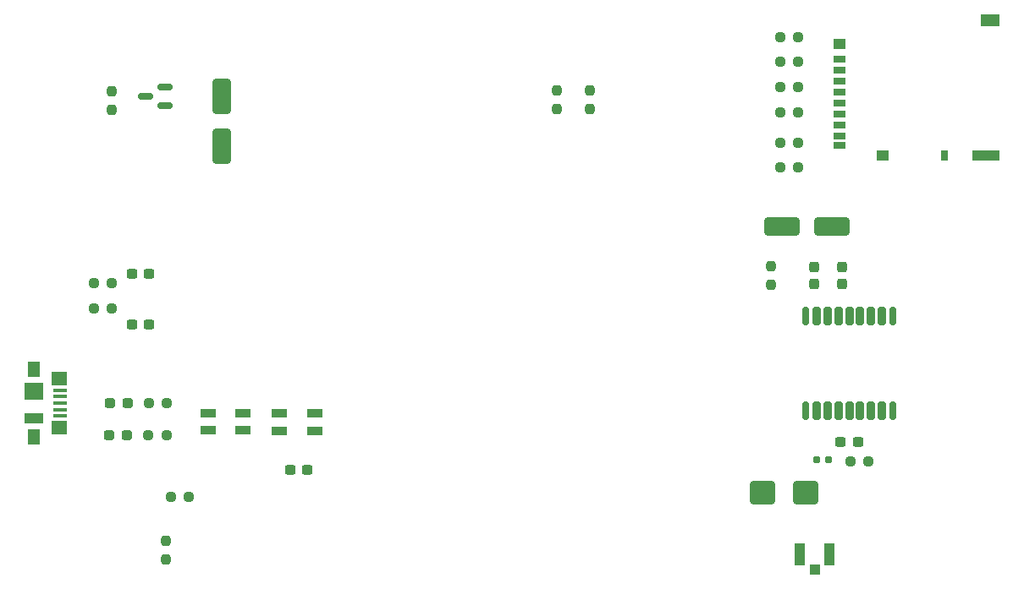
<source format=gbr>
%TF.GenerationSoftware,KiCad,Pcbnew,7.0.6*%
%TF.CreationDate,2024-04-20T19:15:45+09:00*%
%TF.ProjectId,balloon,62616c6c-6f6f-46e2-9e6b-696361645f70,rev?*%
%TF.SameCoordinates,Original*%
%TF.FileFunction,Paste,Top*%
%TF.FilePolarity,Positive*%
%FSLAX46Y46*%
G04 Gerber Fmt 4.6, Leading zero omitted, Abs format (unit mm)*
G04 Created by KiCad (PCBNEW 7.0.6) date 2024-04-20 19:15:45*
%MOMM*%
%LPD*%
G01*
G04 APERTURE LIST*
G04 Aperture macros list*
%AMRoundRect*
0 Rectangle with rounded corners*
0 $1 Rounding radius*
0 $2 $3 $4 $5 $6 $7 $8 $9 X,Y pos of 4 corners*
0 Add a 4 corners polygon primitive as box body*
4,1,4,$2,$3,$4,$5,$6,$7,$8,$9,$2,$3,0*
0 Add four circle primitives for the rounded corners*
1,1,$1+$1,$2,$3*
1,1,$1+$1,$4,$5*
1,1,$1+$1,$6,$7*
1,1,$1+$1,$8,$9*
0 Add four rect primitives between the rounded corners*
20,1,$1+$1,$2,$3,$4,$5,0*
20,1,$1+$1,$4,$5,$6,$7,0*
20,1,$1+$1,$6,$7,$8,$9,0*
20,1,$1+$1,$8,$9,$2,$3,0*%
G04 Aperture macros list end*
%ADD10RoundRect,0.237500X0.287500X0.237500X-0.287500X0.237500X-0.287500X-0.237500X0.287500X-0.237500X0*%
%ADD11R,1.200000X0.700000*%
%ADD12R,0.800000X1.000000*%
%ADD13R,1.200000X1.000000*%
%ADD14R,2.800000X1.000000*%
%ADD15R,1.900000X1.300000*%
%ADD16RoundRect,0.150000X0.587500X0.150000X-0.587500X0.150000X-0.587500X-0.150000X0.587500X-0.150000X0*%
%ADD17RoundRect,0.237500X-0.250000X-0.237500X0.250000X-0.237500X0.250000X0.237500X-0.250000X0.237500X0*%
%ADD18RoundRect,0.250000X0.650000X-1.500000X0.650000X1.500000X-0.650000X1.500000X-0.650000X-1.500000X0*%
%ADD19RoundRect,0.237500X0.300000X0.237500X-0.300000X0.237500X-0.300000X-0.237500X0.300000X-0.237500X0*%
%ADD20RoundRect,0.237500X0.237500X-0.250000X0.237500X0.250000X-0.237500X0.250000X-0.237500X-0.250000X0*%
%ADD21RoundRect,0.175000X-0.175000X0.725000X-0.175000X-0.725000X0.175000X-0.725000X0.175000X0.725000X0*%
%ADD22RoundRect,0.200000X-0.200000X0.700000X-0.200000X-0.700000X0.200000X-0.700000X0.200000X0.700000X0*%
%ADD23RoundRect,0.160000X0.197500X0.160000X-0.197500X0.160000X-0.197500X-0.160000X0.197500X-0.160000X0*%
%ADD24RoundRect,0.237500X-0.300000X-0.237500X0.300000X-0.237500X0.300000X0.237500X-0.300000X0.237500X0*%
%ADD25R,1.600000X0.850000*%
%ADD26RoundRect,0.237500X0.250000X0.237500X-0.250000X0.237500X-0.250000X-0.237500X0.250000X-0.237500X0*%
%ADD27RoundRect,0.250000X1.500000X0.650000X-1.500000X0.650000X-1.500000X-0.650000X1.500000X-0.650000X0*%
%ADD28RoundRect,0.237500X0.237500X-0.300000X0.237500X0.300000X-0.237500X0.300000X-0.237500X-0.300000X0*%
%ADD29RoundRect,0.237500X-0.237500X0.250000X-0.237500X-0.250000X0.237500X-0.250000X0.237500X0.250000X0*%
%ADD30RoundRect,0.250000X-1.000000X-0.900000X1.000000X-0.900000X1.000000X0.900000X-1.000000X0.900000X0*%
%ADD31R,1.380000X0.450000*%
%ADD32R,1.300000X1.650000*%
%ADD33R,1.550000X1.425000*%
%ADD34R,1.900000X1.800000*%
%ADD35R,1.900000X1.000000*%
%ADD36R,1.000000X1.050000*%
%ADD37R,1.050000X2.200000*%
G04 APERTURE END LIST*
D10*
%TO.C,D3*%
X34840900Y-128482500D03*
X33090900Y-128482500D03*
%TD*%
D11*
%TO.C,J6*%
X106110000Y-90855000D03*
X106110000Y-91955000D03*
X106110000Y-93055000D03*
X106110000Y-94155000D03*
X106110000Y-95255000D03*
X106110000Y-96355000D03*
X106110000Y-97455000D03*
X106110000Y-98555000D03*
X106110000Y-99505000D03*
D12*
X116610000Y-100455000D03*
D13*
X110410000Y-100455000D03*
D14*
X120760000Y-100455000D03*
D13*
X106110000Y-89305000D03*
D15*
X121210000Y-86955000D03*
%TD*%
D16*
%TO.C,Q1*%
X38615900Y-95532500D03*
X38615900Y-93632500D03*
X36740900Y-94582500D03*
%TD*%
D17*
%TO.C,FB3*%
X100187500Y-93620000D03*
X102012500Y-93620000D03*
%TD*%
D18*
%TO.C,D5*%
X44340900Y-99582500D03*
X44340900Y-94582500D03*
%TD*%
D19*
%TO.C,C18*%
X37040900Y-117382500D03*
X35315900Y-117382500D03*
%TD*%
D20*
%TO.C,R1*%
X81140900Y-95795000D03*
X81140900Y-93970000D03*
%TD*%
D17*
%TO.C,R4*%
X39228400Y-134682500D03*
X41053400Y-134682500D03*
%TD*%
D21*
%TO.C,U11*%
X111500000Y-116550000D03*
D22*
X110400000Y-116550000D03*
X109300000Y-116550000D03*
X108200000Y-116550000D03*
X107100000Y-116550000D03*
X106000000Y-116550000D03*
X104900000Y-116550000D03*
X103800000Y-116550000D03*
D21*
X102700000Y-116550000D03*
X102700000Y-126050000D03*
D22*
X103800000Y-126050000D03*
X104900000Y-126050000D03*
X106000000Y-126050000D03*
X107100000Y-126050000D03*
X108200000Y-126050000D03*
X109300000Y-126050000D03*
X110400000Y-126050000D03*
D21*
X111500000Y-126050000D03*
%TD*%
D17*
%TO.C,R32*%
X37003400Y-125282500D03*
X38828400Y-125282500D03*
%TD*%
D23*
%TO.C,L1*%
X104997500Y-131000000D03*
X103802500Y-131000000D03*
%TD*%
D24*
%TO.C,C21*%
X106237500Y-129200000D03*
X107962500Y-129200000D03*
%TD*%
D17*
%TO.C,R31*%
X36953400Y-128482500D03*
X38778400Y-128482500D03*
%TD*%
D25*
%TO.C,D2*%
X42940900Y-126282500D03*
X42940900Y-128032500D03*
X46440900Y-128032500D03*
X46440900Y-126282500D03*
%TD*%
D17*
%TO.C,FB5*%
X100187500Y-99190000D03*
X102012500Y-99190000D03*
%TD*%
D26*
%TO.C,R35*%
X109012500Y-131100000D03*
X107187500Y-131100000D03*
%TD*%
D25*
%TO.C,D1*%
X50090900Y-126307500D03*
X50090900Y-128057500D03*
X53590900Y-128057500D03*
X53590900Y-126307500D03*
%TD*%
D17*
%TO.C,FB1*%
X100187500Y-88600000D03*
X102012500Y-88600000D03*
%TD*%
%TO.C,FB6*%
X100187500Y-101700000D03*
X102012500Y-101700000D03*
%TD*%
%TO.C,FB4*%
X100187500Y-96130000D03*
X102012500Y-96130000D03*
%TD*%
D27*
%TO.C,D7*%
X105380000Y-107600000D03*
X100380000Y-107600000D03*
%TD*%
D17*
%TO.C,R33*%
X31515900Y-113282500D03*
X33340900Y-113282500D03*
%TD*%
D28*
%TO.C,C22*%
X103580000Y-113362500D03*
X103580000Y-111637500D03*
%TD*%
D24*
%TO.C,C2*%
X51137500Y-132000000D03*
X52862500Y-132000000D03*
%TD*%
D19*
%TO.C,C20*%
X37040900Y-112362500D03*
X35315900Y-112362500D03*
%TD*%
D10*
%TO.C,D4*%
X34890900Y-125282500D03*
X33140900Y-125282500D03*
%TD*%
D29*
%TO.C,R36*%
X99280000Y-111587500D03*
X99280000Y-113412500D03*
%TD*%
D30*
%TO.C,D6*%
X98450000Y-134300000D03*
X102750000Y-134300000D03*
%TD*%
D20*
%TO.C,R3*%
X38760400Y-140917300D03*
X38760400Y-139092300D03*
%TD*%
D31*
%TO.C,J1*%
X28187000Y-123995000D03*
X28187000Y-124645000D03*
X28187000Y-125295000D03*
X28187000Y-125945000D03*
X28187000Y-126595000D03*
D32*
X25527000Y-121920000D03*
D33*
X28102000Y-122807500D03*
D34*
X25527000Y-124145000D03*
D35*
X25527000Y-126845000D03*
D33*
X28102000Y-127782500D03*
D32*
X25527000Y-128670000D03*
%TD*%
D17*
%TO.C,FB2*%
X100187500Y-91110000D03*
X102012500Y-91110000D03*
%TD*%
D29*
%TO.C,R28*%
X33340900Y-94070000D03*
X33340900Y-95895000D03*
%TD*%
D36*
%TO.C,J9*%
X103660000Y-141990000D03*
D37*
X102185000Y-140465000D03*
X105135000Y-140465000D03*
%TD*%
D20*
%TO.C,R2*%
X77840900Y-95795000D03*
X77840900Y-93970000D03*
%TD*%
D17*
%TO.C,R34*%
X31515900Y-115792500D03*
X33340900Y-115792500D03*
%TD*%
D28*
%TO.C,C23*%
X106380000Y-113362500D03*
X106380000Y-111637500D03*
%TD*%
M02*

</source>
